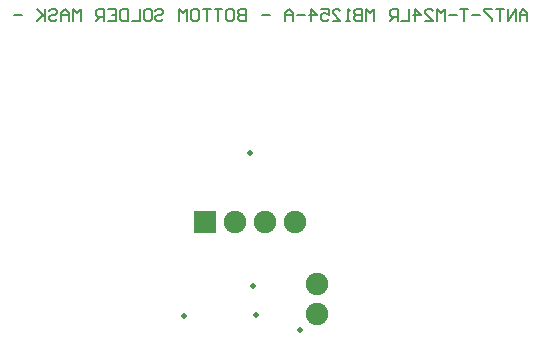
<source format=gbs>
G04 Layer_Color=16711935*
%FSLAX44Y44*%
%MOMM*%
G71*
G01*
G75*
%ADD13C,0.1500*%
%ADD22C,1.9000*%
%ADD23R,1.9000X1.9000*%
%ADD24C,0.5000*%
D13*
X310000Y320000D02*
Y326665D01*
X306668Y329997D01*
X303335Y326665D01*
Y320000D01*
Y324998D01*
X310000D01*
X300003Y320000D02*
Y329997D01*
X293339Y320000D01*
Y329997D01*
X290006D02*
X283342D01*
X286674D01*
Y320000D01*
X280010Y329997D02*
X273345D01*
Y328331D01*
X280010Y321666D01*
Y320000D01*
X270013Y324998D02*
X263348D01*
X260016Y329997D02*
X253352D01*
X256684D01*
Y320000D01*
X250019Y324998D02*
X243355D01*
X240023Y320000D02*
Y329997D01*
X236690Y326665D01*
X233358Y329997D01*
Y320000D01*
X223361D02*
X230026D01*
X223361Y326665D01*
Y328331D01*
X225027Y329997D01*
X228360D01*
X230026Y328331D01*
X215031Y320000D02*
Y329997D01*
X220029Y324998D01*
X213365D01*
X210032Y329997D02*
Y320000D01*
X203368D01*
X200035D02*
Y329997D01*
X195037D01*
X193371Y328331D01*
Y324998D01*
X195037Y323332D01*
X200035D01*
X196703D02*
X193371Y320000D01*
X180042D02*
Y329997D01*
X176710Y326665D01*
X173377Y329997D01*
Y320000D01*
X170045Y329997D02*
Y320000D01*
X165047D01*
X163381Y321666D01*
Y323332D01*
X165047Y324998D01*
X170045D01*
X165047D01*
X163381Y326665D01*
Y328331D01*
X165047Y329997D01*
X170045D01*
X160048Y320000D02*
X156716D01*
X158382D01*
Y329997D01*
X160048Y328331D01*
X145053Y320000D02*
X151718D01*
X145053Y326665D01*
Y328331D01*
X146719Y329997D01*
X150051D01*
X151718Y328331D01*
X135056Y329997D02*
X141721D01*
Y324998D01*
X138389Y326665D01*
X136722D01*
X135056Y324998D01*
Y321666D01*
X136722Y320000D01*
X140055D01*
X141721Y321666D01*
X126726Y320000D02*
Y329997D01*
X131724Y324998D01*
X125060D01*
X121727D02*
X115063D01*
X111730Y320000D02*
Y326665D01*
X108398Y329997D01*
X105066Y326665D01*
Y320000D01*
Y324998D01*
X111730D01*
X91737D02*
X85072D01*
X71743Y329997D02*
Y320000D01*
X66745D01*
X65079Y321666D01*
Y323332D01*
X66745Y324998D01*
X71743D01*
X66745D01*
X65079Y326665D01*
Y328331D01*
X66745Y329997D01*
X71743D01*
X56748D02*
X60080D01*
X61747Y328331D01*
Y321666D01*
X60080Y320000D01*
X56748D01*
X55082Y321666D01*
Y328331D01*
X56748Y329997D01*
X51750D02*
X45085D01*
X48418D01*
Y320000D01*
X41753Y329997D02*
X35089D01*
X38421D01*
Y320000D01*
X26758Y329997D02*
X30090D01*
X31756Y328331D01*
Y321666D01*
X30090Y320000D01*
X26758D01*
X25092Y321666D01*
Y328331D01*
X26758Y329997D01*
X21760Y320000D02*
Y329997D01*
X18427Y326665D01*
X15095Y329997D01*
Y320000D01*
X-4899Y328331D02*
X-3232Y329997D01*
X100D01*
X1766Y328331D01*
Y326665D01*
X100Y324998D01*
X-3232D01*
X-4899Y323332D01*
Y321666D01*
X-3232Y320000D01*
X100D01*
X1766Y321666D01*
X-13229Y329997D02*
X-9897D01*
X-8231Y328331D01*
Y321666D01*
X-9897Y320000D01*
X-13229D01*
X-14895Y321666D01*
Y328331D01*
X-13229Y329997D01*
X-18228D02*
Y320000D01*
X-24892D01*
X-28224Y329997D02*
Y320000D01*
X-33223D01*
X-34889Y321666D01*
Y328331D01*
X-33223Y329997D01*
X-28224D01*
X-44886D02*
X-38221D01*
Y320000D01*
X-44886D01*
X-38221Y324998D02*
X-41553D01*
X-48218Y320000D02*
Y329997D01*
X-53216D01*
X-54882Y328331D01*
Y324998D01*
X-53216Y323332D01*
X-48218D01*
X-51550D02*
X-54882Y320000D01*
X-68211D02*
Y329997D01*
X-71544Y326665D01*
X-74876Y329997D01*
Y320000D01*
X-78208D02*
Y326665D01*
X-81540Y329997D01*
X-84873Y326665D01*
Y320000D01*
Y324998D01*
X-78208D01*
X-94870Y328331D02*
X-93203Y329997D01*
X-89871D01*
X-88205Y328331D01*
Y326665D01*
X-89871Y324998D01*
X-93203D01*
X-94870Y323332D01*
Y321666D01*
X-93203Y320000D01*
X-89871D01*
X-88205Y321666D01*
X-98202Y329997D02*
Y320000D01*
Y323332D01*
X-104866Y329997D01*
X-99868Y324998D01*
X-104866Y320000D01*
X-118195Y324998D02*
X-124860D01*
D22*
X131800Y97600D02*
D03*
Y72200D02*
D03*
X113100Y150000D02*
D03*
X87700D02*
D03*
X62300D02*
D03*
D23*
X36900D02*
D03*
D24*
X75000Y207980D02*
D03*
X19300Y70700D02*
D03*
X78000Y96000D02*
D03*
X117500Y58500D02*
D03*
X80500Y71000D02*
D03*
M02*

</source>
